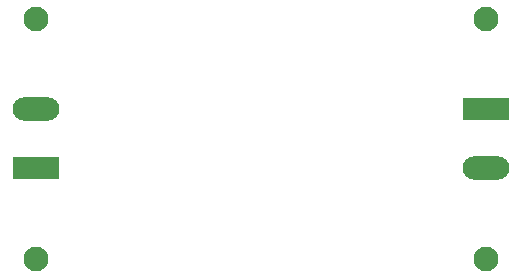
<source format=gbr>
%TF.GenerationSoftware,KiCad,Pcbnew,(6.99.0-5210-g1b15854da5)*%
%TF.CreationDate,2023-02-20T10:03:57+05:30*%
%TF.ProjectId,Prot_Circ,50726f74-5f43-4697-9263-2e6b69636164,rev?*%
%TF.SameCoordinates,Original*%
%TF.FileFunction,Soldermask,Bot*%
%TF.FilePolarity,Negative*%
%FSLAX46Y46*%
G04 Gerber Fmt 4.6, Leading zero omitted, Abs format (unit mm)*
G04 Created by KiCad (PCBNEW (6.99.0-5210-g1b15854da5)) date 2023-02-20 10:03:57*
%MOMM*%
%LPD*%
G01*
G04 APERTURE LIST*
%ADD10C,2.100000*%
%ADD11R,3.960000X1.980000*%
%ADD12O,3.960000X1.980000*%
G04 APERTURE END LIST*
D10*
%TO.C,REF\u002A\u002A*%
X121920000Y-96520000D03*
%TD*%
D11*
%TO.C,J1*%
X121919999Y-88819999D03*
D12*
X121919999Y-83819999D03*
%TD*%
D10*
%TO.C,REF\u002A\u002A*%
X160020000Y-96520000D03*
%TD*%
D11*
%TO.C,J2*%
X160019999Y-83819999D03*
D12*
X160019999Y-88819999D03*
%TD*%
D10*
%TO.C,REF\u002A\u002A*%
X160020000Y-76200000D03*
%TD*%
%TO.C,REF\u002A\u002A*%
X121920000Y-76200000D03*
%TD*%
M02*

</source>
